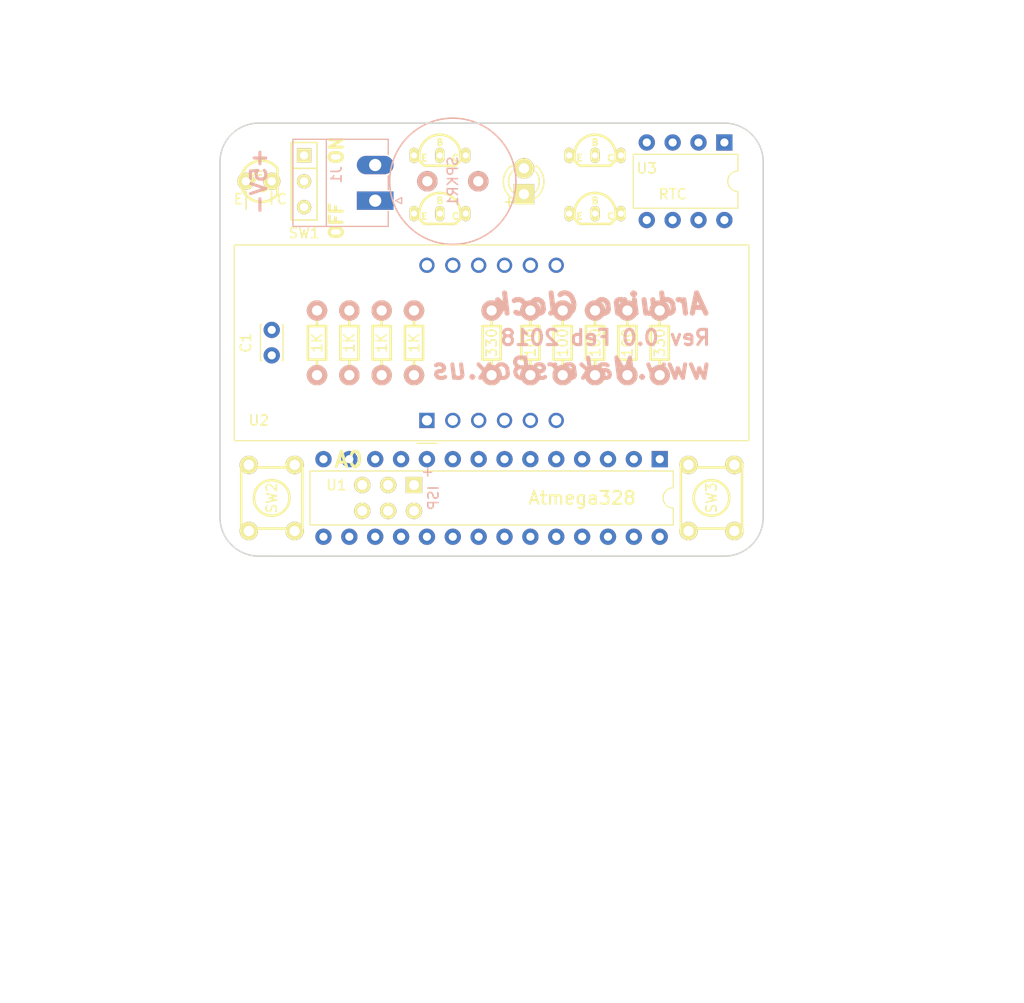
<source format=kicad_pcb>
(kicad_pcb (version 4) (host pcbnew 4.0.7)

  (general
    (links 60)
    (no_connects 60)
    (area 118.034999 59.614999 171.525001 102.310001)
    (thickness 1.6)
    (drawings 25)
    (tracks 0)
    (zones 0)
    (modules 26)
    (nets 47)
  )

  (page USLetter)
  (title_block
    (title "Arduino Clock")
    (company "Maker's Box")
  )

  (layers
    (0 F.Cu signal)
    (31 B.Cu signal)
    (32 B.Adhes user)
    (33 F.Adhes user)
    (34 B.Paste user)
    (35 F.Paste user)
    (36 B.SilkS user)
    (37 F.SilkS user)
    (38 B.Mask user)
    (39 F.Mask user)
    (40 Dwgs.User user)
    (41 Cmts.User user)
    (42 Eco1.User user)
    (43 Eco2.User user)
    (44 Edge.Cuts user)
    (45 Margin user)
    (46 B.CrtYd user)
    (47 F.CrtYd user)
    (48 B.Fab user)
    (49 F.Fab user)
  )

  (setup
    (last_trace_width 0.25)
    (user_trace_width 0.3048)
    (user_trace_width 0.4064)
    (user_trace_width 0.6096)
    (trace_clearance 0.2)
    (zone_clearance 0.508)
    (zone_45_only no)
    (trace_min 0.2)
    (segment_width 0.2)
    (edge_width 0.15)
    (via_size 0.6)
    (via_drill 0.4)
    (via_min_size 0.4)
    (via_min_drill 0.3)
    (uvia_size 0.3)
    (uvia_drill 0.1)
    (uvias_allowed no)
    (uvia_min_size 0.2)
    (uvia_min_drill 0.1)
    (pcb_text_width 0.3)
    (pcb_text_size 1.5 1.5)
    (mod_edge_width 0.15)
    (mod_text_size 1 1)
    (mod_text_width 0.15)
    (pad_size 1.524 1.524)
    (pad_drill 0.762)
    (pad_to_mask_clearance 0)
    (aux_axis_origin 0 0)
    (visible_elements 7FFFFFFF)
    (pcbplotparams
      (layerselection 0x00030_80000001)
      (usegerberextensions false)
      (excludeedgelayer true)
      (linewidth 0.100000)
      (plotframeref false)
      (viasonmask false)
      (mode 1)
      (useauxorigin false)
      (hpglpennumber 1)
      (hpglpenspeed 20)
      (hpglpendiameter 15)
      (hpglpenoverlay 2)
      (psnegative false)
      (psa4output false)
      (plotreference true)
      (plotvalue true)
      (plotinvisibletext false)
      (padsonsilk false)
      (subtractmaskfromsilk false)
      (outputformat 1)
      (mirror false)
      (drillshape 1)
      (scaleselection 1)
      (outputdirectory ""))
  )

  (net 0 "")
  (net 1 GND)
  (net 2 VCC)
  (net 3 "Net-(CON1-Pad5)")
  (net 4 "Net-(D1-Pad2)")
  (net 5 "Net-(D2-Pad2)")
  (net 6 "Net-(Q2-Pad2)")
  (net 7 "Net-(Q2-Pad3)")
  (net 8 "Net-(Q3-Pad2)")
  (net 9 "Net-(Q3-Pad3)")
  (net 10 "Net-(Q4-Pad2)")
  (net 11 "Net-(Q4-Pad3)")
  (net 12 "Net-(Q5-Pad2)")
  (net 13 "Net-(Q5-Pad3)")
  (net 14 "Net-(R7-Pad2)")
  (net 15 "Net-(R8-Pad2)")
  (net 16 "Net-(R9-Pad2)")
  (net 17 "Net-(R10-Pad2)")
  (net 18 "Net-(U3-Pad7)")
  (net 19 "Net-(U1-Pad20)")
  (net 20 "Net-(U1-Pad21)")
  (net 21 "Net-(U1-Pad10)")
  (net 22 "Net-(J1-Pad1)")
  (net 23 /D12)
  (net 24 /D13)
  (net 25 /D11)
  (net 26 /A0)
  (net 27 /D0)
  (net 28 /D1)
  (net 29 /D10)
  (net 30 /A3)
  (net 31 /A1)
  (net 32 /A2)
  (net 33 /D9)
  (net 34 /D2)
  (net 35 /D3)
  (net 36 /D4)
  (net 37 "Net-(U1-Pad9)")
  (net 38 /D5)
  (net 39 /D6)
  (net 40 /D7)
  (net 41 /A4)
  (net 42 /D8)
  (net 43 /A5)
  (net 44 "Net-(U3-Pad1)")
  (net 45 "Net-(U3-Pad2)")
  (net 46 "Net-(U3-Pad3)")

  (net_class Default "This is the default net class."
    (clearance 0.2)
    (trace_width 0.25)
    (via_dia 0.6)
    (via_drill 0.4)
    (uvia_dia 0.3)
    (uvia_drill 0.1)
    (add_net /A0)
    (add_net /A1)
    (add_net /A2)
    (add_net /A3)
    (add_net /A4)
    (add_net /A5)
    (add_net /D0)
    (add_net /D1)
    (add_net /D10)
    (add_net /D11)
    (add_net /D12)
    (add_net /D13)
    (add_net /D2)
    (add_net /D3)
    (add_net /D4)
    (add_net /D5)
    (add_net /D6)
    (add_net /D7)
    (add_net /D8)
    (add_net /D9)
    (add_net GND)
    (add_net "Net-(CON1-Pad5)")
    (add_net "Net-(D1-Pad2)")
    (add_net "Net-(D2-Pad2)")
    (add_net "Net-(J1-Pad1)")
    (add_net "Net-(Q2-Pad2)")
    (add_net "Net-(Q2-Pad3)")
    (add_net "Net-(Q3-Pad2)")
    (add_net "Net-(Q3-Pad3)")
    (add_net "Net-(Q4-Pad2)")
    (add_net "Net-(Q4-Pad3)")
    (add_net "Net-(Q5-Pad2)")
    (add_net "Net-(Q5-Pad3)")
    (add_net "Net-(R10-Pad2)")
    (add_net "Net-(R7-Pad2)")
    (add_net "Net-(R8-Pad2)")
    (add_net "Net-(R9-Pad2)")
    (add_net "Net-(U1-Pad10)")
    (add_net "Net-(U1-Pad20)")
    (add_net "Net-(U1-Pad21)")
    (add_net "Net-(U1-Pad9)")
    (add_net "Net-(U3-Pad1)")
    (add_net "Net-(U3-Pad2)")
    (add_net "Net-(U3-Pad3)")
    (add_net "Net-(U3-Pad7)")
    (add_net VCC)
  )

  (module myFootPrints:AVR-ISP-6 (layer B.Cu) (tedit 5A8FBE37) (tstamp 5A8F94E1)
    (at 137.16 97.79 90)
    (descr "6-lead dip package, row spacing 7.62 mm (300 mils)")
    (tags "dil dip 2.54 300")
    (path /5A8EB119)
    (fp_text reference CON1 (at 0 2.54 90) (layer B.SilkS) hide
      (effects (font (size 1 1) (thickness 0.15)) (justify mirror))
    )
    (fp_text value ISP (at 0 3.72 90) (layer B.Fab) hide
      (effects (font (size 1 1) (thickness 0.15)) (justify mirror))
    )
    (fp_text user ISP (at 1.27 1.905 90) (layer B.SilkS)
      (effects (font (size 1 1) (thickness 0.15)) (justify mirror))
    )
    (fp_text user + (at 3.81 1.27 90) (layer B.SilkS)
      (effects (font (size 1 1) (thickness 0.15)) (justify mirror))
    )
    (pad 1 thru_hole oval (at 0 0 90) (size 1.6 1.6) (drill 0.9652) (layers *.Cu *.Mask F.SilkS)
      (net 23 /D12))
    (pad 2 thru_hole rect (at 2.54 0 90) (size 1.6 1.6) (drill 0.9652) (layers *.Cu *.Mask F.SilkS)
      (net 2 VCC))
    (pad 3 thru_hole oval (at 0 -2.54 90) (size 1.6 1.6) (drill 0.9652) (layers *.Cu *.Mask F.SilkS)
      (net 24 /D13))
    (pad 4 thru_hole oval (at 2.54 -2.54 90) (size 1.6 1.6) (drill 0.9652) (layers *.Cu *.Mask F.SilkS)
      (net 25 /D11))
    (pad 5 thru_hole oval (at 0 -5.08 90) (size 1.6 1.6) (drill 0.9652) (layers *.Cu *.Mask F.SilkS)
      (net 3 "Net-(CON1-Pad5)"))
    (pad 6 thru_hole oval (at 2.54 -5.08 90) (size 1.6 1.6) (drill 0.9652) (layers *.Cu *.Mask F.SilkS)
      (net 1 GND))
  )

  (module myFootPrints:PHOTO_TRANS (layer F.Cu) (tedit 5A8F8D17) (tstamp 5A8F9534)
    (at 121.92 65.405)
    (descr "LED 3mm - Lead pitch 100mil (2,54mm)")
    (tags "LED led 3mm 3MM 100mil 2,54mm")
    (path /5A8F5C4D)
    (fp_text reference Q1 (at 2.54 0 90) (layer F.SilkS) hide
      (effects (font (size 0.762 0.762) (thickness 0.0889)))
    )
    (fp_text value Photo (at 0.35921 0.35921 90) (layer F.SilkS) hide
      (effects (font (size 0.508 0.508) (thickness 0.127)))
    )
    (fp_line (start -1.25 2.5) (end -1.25 2.75) (layer F.SilkS) (width 0.15))
    (fp_line (start -1.25 1) (end -1.25 2.5) (layer F.SilkS) (width 0.15))
    (fp_line (start 1.25 1) (end 1.25 2.25) (layer F.SilkS) (width 0.15))
    (fp_text user E (at -2 1.75) (layer F.SilkS)
      (effects (font (size 1 1) (thickness 0.15)))
    )
    (fp_text user C (at 2.25 1.75) (layer F.SilkS)
      (effects (font (size 1 1) (thickness 0.15)))
    )
    (fp_line (start 1.8288 1.27) (end 1.8288 -1.27) (layer F.SilkS) (width 0.254))
    (fp_arc (start 0.254 0) (end -0.381 0) (angle 90) (layer F.SilkS) (width 0.1524))
    (fp_arc (start 0.254 0) (end -0.762 0) (angle 90) (layer F.SilkS) (width 0.1524))
    (fp_arc (start 0.254 0) (end 0.889 0) (angle 90) (layer F.SilkS) (width 0.1524))
    (fp_arc (start 0.254 0) (end 1.27 0) (angle 90) (layer F.SilkS) (width 0.1524))
    (fp_arc (start 0.254 0) (end 0.254 -2.032) (angle 50.1) (layer F.SilkS) (width 0.254))
    (fp_arc (start 0.254 0) (end -1.5367 -0.95504) (angle 61.9) (layer F.SilkS) (width 0.254))
    (fp_arc (start 0.254 0) (end 1.8034 1.31064) (angle 49.7) (layer F.SilkS) (width 0.254))
    (fp_arc (start 0.254 0) (end 0.254 2.032) (angle 60.2) (layer F.SilkS) (width 0.254))
    (fp_arc (start 0.254 0) (end -1.778 0) (angle 28.3) (layer F.SilkS) (width 0.254))
    (fp_arc (start 0.254 0) (end -1.47574 1.06426) (angle 31.6) (layer F.SilkS) (width 0.254))
    (pad 1 thru_hole circle (at -1.27 0) (size 1.6764 1.6764) (drill 0.8128) (layers *.Cu *.Mask F.SilkS)
      (net 26 /A0))
    (pad 2 thru_hole circle (at 1.27 0 45) (size 1.6764 1.6764) (drill 0.8128) (layers *.Cu *.Mask F.SilkS)
      (net 1 GND))
    (model discret/leds/led3_vertical_verde.wrl
      (at (xyz 0 0 0))
      (scale (xyz 1 1 1))
      (rotate (xyz 0 0 0))
    )
  )

  (module Capacitors_THT:C_Disc_D3.4mm_W2.1mm_P2.50mm (layer F.Cu) (tedit 5A8FB64D) (tstamp 5A8F94C2)
    (at 123.19 80.01 270)
    (descr "C, Disc series, Radial, pin pitch=2.50mm, , diameter*width=3.4*2.1mm^2, Capacitor, http://www.vishay.com/docs/45233/krseries.pdf")
    (tags "C Disc series Radial pin pitch 2.50mm  diameter 3.4mm width 2.1mm Capacitor")
    (path /5A8E9F35)
    (fp_text reference C1 (at 1.27 2.54 450) (layer F.SilkS)
      (effects (font (size 1 1) (thickness 0.15)))
    )
    (fp_text value 0.1uF (at 1.25 2.36 270) (layer F.Fab)
      (effects (font (size 1 1) (thickness 0.15)))
    )
    (fp_line (start -0.45 -1.05) (end -0.45 1.05) (layer F.Fab) (width 0.1))
    (fp_line (start -0.45 1.05) (end 2.95 1.05) (layer F.Fab) (width 0.1))
    (fp_line (start 2.95 1.05) (end 2.95 -1.05) (layer F.Fab) (width 0.1))
    (fp_line (start 2.95 -1.05) (end -0.45 -1.05) (layer F.Fab) (width 0.1))
    (fp_line (start -0.51 -1.11) (end 3.01 -1.11) (layer F.SilkS) (width 0.12))
    (fp_line (start -0.51 1.11) (end 3.01 1.11) (layer F.SilkS) (width 0.12))
    (fp_line (start -0.51 -1.11) (end -0.51 -0.996) (layer F.SilkS) (width 0.12))
    (fp_line (start -0.51 0.996) (end -0.51 1.11) (layer F.SilkS) (width 0.12))
    (fp_line (start 3.01 -1.11) (end 3.01 -0.996) (layer F.SilkS) (width 0.12))
    (fp_line (start 3.01 0.996) (end 3.01 1.11) (layer F.SilkS) (width 0.12))
    (fp_line (start -1.05 -1.4) (end -1.05 1.4) (layer F.CrtYd) (width 0.05))
    (fp_line (start -1.05 1.4) (end 3.55 1.4) (layer F.CrtYd) (width 0.05))
    (fp_line (start 3.55 1.4) (end 3.55 -1.4) (layer F.CrtYd) (width 0.05))
    (fp_line (start 3.55 -1.4) (end -1.05 -1.4) (layer F.CrtYd) (width 0.05))
    (fp_text user %R (at 1.25 0 270) (layer F.Fab)
      (effects (font (size 1 1) (thickness 0.15)))
    )
    (pad 1 thru_hole circle (at 0 0 270) (size 1.6 1.6) (drill 0.8) (layers *.Cu *.Mask)
      (net 2 VCC))
    (pad 2 thru_hole circle (at 2.5 0 270) (size 1.6 1.6) (drill 0.8) (layers *.Cu *.Mask)
      (net 1 GND))
    (model ${KISYS3DMOD}/Capacitors_THT.3dshapes/C_Disc_D3.4mm_W2.1mm_P2.50mm.wrl
      (at (xyz 0 0 0))
      (scale (xyz 1 1 1))
      (rotate (xyz 0 0 0))
    )
  )

  (module myFootPrints:LED-3MM (layer F.Cu) (tedit 57578FCB) (tstamp 5A8F9503)
    (at 147.955 64.135 270)
    (descr "LED 3mm round vertical")
    (tags "LED  3mm round vertical")
    (path /5A90B699)
    (fp_text reference D2 (at 1.91 3.06 270) (layer F.SilkS) hide
      (effects (font (size 1 1) (thickness 0.15)))
    )
    (fp_text value LED (at 1.27 -1.524 270) (layer F.Fab)
      (effects (font (size 1 1) (thickness 0.15)))
    )
    (fp_text user + (at 3.302 1.524 270) (layer F.SilkS)
      (effects (font (size 1 1) (thickness 0.15)))
    )
    (fp_line (start -1.2 2.3) (end 3.8 2.3) (layer F.CrtYd) (width 0.05))
    (fp_line (start 3.8 2.3) (end 3.8 -2.2) (layer F.CrtYd) (width 0.05))
    (fp_line (start 3.8 -2.2) (end -1.2 -2.2) (layer F.CrtYd) (width 0.05))
    (fp_line (start -1.2 -2.2) (end -1.2 2.3) (layer F.CrtYd) (width 0.05))
    (fp_line (start -0.199 1.314) (end -0.199 1.114) (layer F.SilkS) (width 0.15))
    (fp_line (start -0.199 -1.28) (end -0.199 -1.1) (layer F.SilkS) (width 0.15))
    (fp_arc (start 1.301 0.034) (end -0.199 -1.286) (angle 108.5) (layer F.SilkS) (width 0.15))
    (fp_arc (start 1.301 0.034) (end 0.25 -1.1) (angle 85.7) (layer F.SilkS) (width 0.15))
    (fp_arc (start 1.311 0.034) (end 3.051 0.994) (angle 110) (layer F.SilkS) (width 0.15))
    (fp_arc (start 1.301 0.034) (end 2.335 1.094) (angle 87.5) (layer F.SilkS) (width 0.15))
    (pad 1 thru_hole circle (at 0 0) (size 2 2) (drill 1.00076) (layers *.Cu *.Mask F.SilkS)
      (net 1 GND))
    (pad 2 thru_hole rect (at 2.54 0 270) (size 2 2) (drill 1.00076) (layers *.Cu *.Mask F.SilkS)
      (net 5 "Net-(D2-Pad2)"))
    (model LEDs.3dshapes/LED-3MM.wrl
      (at (xyz 0.05 0 0))
      (scale (xyz 1 1 1))
      (rotate (xyz 0 0 90))
    )
  )

  (module Connectors_Phoenix:PhoenixContact_MC-G_02x3.50mm_Angled (layer B.Cu) (tedit 5A8F8BF8) (tstamp 5A8F951E)
    (at 133.35 67.31 90)
    (descr "Generic Phoenix Contact connector footprint for series: MC-G; number of pins: 02; pin pitch: 3.50mm; Angled || order number: 1844210 8A 160V")
    (tags "phoenix_contact connector MC_01x02_G_3.5mm")
    (path /5A91FB90)
    (fp_text reference J1 (at 2.54 -3.81 90) (layer B.SilkS)
      (effects (font (size 1 1) (thickness 0.15)) (justify mirror))
    )
    (fp_text value PWR (at 1.75 -9 90) (layer B.Fab)
      (effects (font (size 1 1) (thickness 0.15)) (justify mirror))
    )
    (fp_line (start -2.53 1.28) (end -2.53 -8.08) (layer B.SilkS) (width 0.12))
    (fp_line (start -2.53 -8.08) (end 6.03 -8.08) (layer B.SilkS) (width 0.12))
    (fp_line (start 6.03 -8.08) (end 6.03 1.28) (layer B.SilkS) (width 0.12))
    (fp_line (start -2.53 1.28) (end -1.05 1.28) (layer B.SilkS) (width 0.12))
    (fp_line (start 6.03 1.28) (end 4.55 1.28) (layer B.SilkS) (width 0.12))
    (fp_line (start 1.05 1.28) (end 2.45 1.28) (layer B.SilkS) (width 0.12))
    (fp_line (start -2.45 1.2) (end -2.45 -8) (layer B.Fab) (width 0.1))
    (fp_line (start -2.45 -8) (end 5.95 -8) (layer B.Fab) (width 0.1))
    (fp_line (start 5.95 -8) (end 5.95 1.2) (layer B.Fab) (width 0.1))
    (fp_line (start 5.95 1.2) (end -2.45 1.2) (layer B.Fab) (width 0.1))
    (fp_line (start -2.53 -4.8) (end 6.03 -4.8) (layer B.SilkS) (width 0.12))
    (fp_line (start -3.03 2.3) (end -3.03 -8.5) (layer B.CrtYd) (width 0.05))
    (fp_line (start -3.03 -8.5) (end 6.45 -8.5) (layer B.CrtYd) (width 0.05))
    (fp_line (start 6.45 -8.5) (end 6.45 2.3) (layer B.CrtYd) (width 0.05))
    (fp_line (start 6.45 2.3) (end -3.03 2.3) (layer B.CrtYd) (width 0.05))
    (fp_line (start 0.3 2.6) (end 0 2) (layer B.SilkS) (width 0.12))
    (fp_line (start 0 2) (end -0.3 2.6) (layer B.SilkS) (width 0.12))
    (fp_line (start -0.3 2.6) (end 0.3 2.6) (layer B.SilkS) (width 0.12))
    (fp_line (start 0.8 1.2) (end 0 0) (layer B.Fab) (width 0.1))
    (fp_line (start 0 0) (end -0.8 1.2) (layer B.Fab) (width 0.1))
    (fp_text user %R (at 1.75 -3 90) (layer B.Fab)
      (effects (font (size 1 1) (thickness 0.15)) (justify mirror))
    )
    (pad 1 thru_hole rect (at 0 0 90) (size 1.8 3.6) (drill 1.2) (layers *.Cu *.Mask)
      (net 22 "Net-(J1-Pad1)"))
    (pad 2 thru_hole oval (at 3.5 0 90) (size 1.8 3.6) (drill 1.2) (layers *.Cu *.Mask)
      (net 1 GND))
    (model ${KISYS3DMOD}/Connectors_Phoenix.3dshapes/PhoenixContact_MC-G_02x3.50mm_Angled.wrl
      (at (xyz 0 0 0))
      (scale (xyz 1 1 1))
      (rotate (xyz 0 0 0))
    )
  )

  (module myFootPrints:TO-92_NPN_EBC_wide (layer F.Cu) (tedit 56800174) (tstamp 5A8F9545)
    (at 137.16 62.865)
    (descr "TO-92 leads in-line, narrow, oval pads, drill 0.6mm (see NXP sot054_po.pdf)")
    (tags "to-92 sc-43 sc-43a sot54 PA33 transistor")
    (path /5A8E2E4D)
    (fp_text reference Q2 (at 1.778 -1.016) (layer F.SilkS) hide
      (effects (font (size 0.635 0.635) (thickness 0.127)))
    )
    (fp_text value 2N2222 (at 2.54 1.778) (layer F.SilkS) hide
      (effects (font (size 1 1) (thickness 0.15)))
    )
    (fp_line (start 0.508 0.508) (end 0.508 0) (layer F.SilkS) (width 0.254))
    (fp_line (start 4.572 0.508) (end 4.572 0) (layer F.SilkS) (width 0.254))
    (fp_arc (start 2.54 0) (end 2.54 -2.032) (angle 90) (layer F.SilkS) (width 0.254))
    (fp_arc (start 2.54 0) (end 0.508 0) (angle 90) (layer F.SilkS) (width 0.254))
    (fp_text user B (at 2.54 -1.27) (layer F.SilkS)
      (effects (font (size 0.635 0.635) (thickness 0.15)))
    )
    (fp_text user C (at 4.064 0.254) (layer F.SilkS)
      (effects (font (size 0.635 0.635) (thickness 0.15)))
    )
    (fp_text user E (at 1.016 0.254) (layer F.SilkS)
      (effects (font (size 0.635 0.635) (thickness 0.15)))
    )
    (fp_line (start 1.016 1.016) (end 0.508 0.508) (layer F.SilkS) (width 0.254))
    (fp_line (start 1.016 1.016) (end 4.064 1.016) (layer F.SilkS) (width 0.254))
    (fp_line (start 4.064 1.016) (end 4.572 0.508) (layer F.SilkS) (width 0.254))
    (pad 2 thru_hole oval (at 2.54 0 180) (size 0.89916 1.50114) (drill 0.6) (layers *.Cu *.Mask F.SilkS)
      (net 6 "Net-(Q2-Pad2)"))
    (pad 3 thru_hole oval (at 5.08 0 180) (size 0.89916 1.50114) (drill 0.6) (layers *.Cu *.Mask F.SilkS)
      (net 7 "Net-(Q2-Pad3)"))
    (pad 1 thru_hole oval (at 0 0 180) (size 0.89916 1.50114) (drill 0.6) (layers *.Cu *.Mask F.SilkS)
      (net 1 GND))
    (model TO_SOT_Packages_THT.3dshapes/TO-92_Inline_Narrow_Oval.wrl
      (at (xyz 0.05 0 0))
      (scale (xyz 1 1 1))
      (rotate (xyz 0 0 -90))
    )
  )

  (module myFootPrints:TO-92_NPN_EBC_wide (layer F.Cu) (tedit 56800174) (tstamp 5A8F9556)
    (at 137.16 68.58)
    (descr "TO-92 leads in-line, narrow, oval pads, drill 0.6mm (see NXP sot054_po.pdf)")
    (tags "to-92 sc-43 sc-43a sot54 PA33 transistor")
    (path /5A8E34C6)
    (fp_text reference Q3 (at 1.778 -1.016) (layer F.SilkS) hide
      (effects (font (size 0.635 0.635) (thickness 0.127)))
    )
    (fp_text value 2N2222 (at 2.54 1.778) (layer F.SilkS) hide
      (effects (font (size 1 1) (thickness 0.15)))
    )
    (fp_line (start 0.508 0.508) (end 0.508 0) (layer F.SilkS) (width 0.254))
    (fp_line (start 4.572 0.508) (end 4.572 0) (layer F.SilkS) (width 0.254))
    (fp_arc (start 2.54 0) (end 2.54 -2.032) (angle 90) (layer F.SilkS) (width 0.254))
    (fp_arc (start 2.54 0) (end 0.508 0) (angle 90) (layer F.SilkS) (width 0.254))
    (fp_text user B (at 2.54 -1.27) (layer F.SilkS)
      (effects (font (size 0.635 0.635) (thickness 0.15)))
    )
    (fp_text user C (at 4.064 0.254) (layer F.SilkS)
      (effects (font (size 0.635 0.635) (thickness 0.15)))
    )
    (fp_text user E (at 1.016 0.254) (layer F.SilkS)
      (effects (font (size 0.635 0.635) (thickness 0.15)))
    )
    (fp_line (start 1.016 1.016) (end 0.508 0.508) (layer F.SilkS) (width 0.254))
    (fp_line (start 1.016 1.016) (end 4.064 1.016) (layer F.SilkS) (width 0.254))
    (fp_line (start 4.064 1.016) (end 4.572 0.508) (layer F.SilkS) (width 0.254))
    (pad 2 thru_hole oval (at 2.54 0 180) (size 0.89916 1.50114) (drill 0.6) (layers *.Cu *.Mask F.SilkS)
      (net 8 "Net-(Q3-Pad2)"))
    (pad 3 thru_hole oval (at 5.08 0 180) (size 0.89916 1.50114) (drill 0.6) (layers *.Cu *.Mask F.SilkS)
      (net 9 "Net-(Q3-Pad3)"))
    (pad 1 thru_hole oval (at 0 0 180) (size 0.89916 1.50114) (drill 0.6) (layers *.Cu *.Mask F.SilkS)
      (net 1 GND))
    (model TO_SOT_Packages_THT.3dshapes/TO-92_Inline_Narrow_Oval.wrl
      (at (xyz 0.05 0 0))
      (scale (xyz 1 1 1))
      (rotate (xyz 0 0 -90))
    )
  )

  (module myFootPrints:TO-92_NPN_EBC_wide (layer F.Cu) (tedit 56800174) (tstamp 5A8F9567)
    (at 152.4 62.865)
    (descr "TO-92 leads in-line, narrow, oval pads, drill 0.6mm (see NXP sot054_po.pdf)")
    (tags "to-92 sc-43 sc-43a sot54 PA33 transistor")
    (path /5A8E35C2)
    (fp_text reference Q4 (at 1.778 -1.016) (layer F.SilkS) hide
      (effects (font (size 0.635 0.635) (thickness 0.127)))
    )
    (fp_text value 2N2222 (at 2.54 1.778) (layer F.SilkS) hide
      (effects (font (size 1 1) (thickness 0.15)))
    )
    (fp_line (start 0.508 0.508) (end 0.508 0) (layer F.SilkS) (width 0.254))
    (fp_line (start 4.572 0.508) (end 4.572 0) (layer F.SilkS) (width 0.254))
    (fp_arc (start 2.54 0) (end 2.54 -2.032) (angle 90) (layer F.SilkS) (width 0.254))
    (fp_arc (start 2.54 0) (end 0.508 0) (angle 90) (layer F.SilkS) (width 0.254))
    (fp_text user B (at 2.54 -1.27) (layer F.SilkS)
      (effects (font (size 0.635 0.635) (thickness 0.15)))
    )
    (fp_text user C (at 4.064 0.254) (layer F.SilkS)
      (effects (font (size 0.635 0.635) (thickness 0.15)))
    )
    (fp_text user E (at 1.016 0.254) (layer F.SilkS)
      (effects (font (size 0.635 0.635) (thickness 0.15)))
    )
    (fp_line (start 1.016 1.016) (end 0.508 0.508) (layer F.SilkS) (width 0.254))
    (fp_line (start 1.016 1.016) (end 4.064 1.016) (layer F.SilkS) (width 0.254))
    (fp_line (start 4.064 1.016) (end 4.572 0.508) (layer F.SilkS) (width 0.254))
    (pad 2 thru_hole oval (at 2.54 0 180) (size 0.89916 1.50114) (drill 0.6) (layers *.Cu *.Mask F.SilkS)
      (net 10 "Net-(Q4-Pad2)"))
    (pad 3 thru_hole oval (at 5.08 0 180) (size 0.89916 1.50114) (drill 0.6) (layers *.Cu *.Mask F.SilkS)
      (net 11 "Net-(Q4-Pad3)"))
    (pad 1 thru_hole oval (at 0 0 180) (size 0.89916 1.50114) (drill 0.6) (layers *.Cu *.Mask F.SilkS)
      (net 1 GND))
    (model TO_SOT_Packages_THT.3dshapes/TO-92_Inline_Narrow_Oval.wrl
      (at (xyz 0.05 0 0))
      (scale (xyz 1 1 1))
      (rotate (xyz 0 0 -90))
    )
  )

  (module myFootPrints:TO-92_NPN_EBC_wide (layer F.Cu) (tedit 56800174) (tstamp 5A8F9578)
    (at 152.4 68.58)
    (descr "TO-92 leads in-line, narrow, oval pads, drill 0.6mm (see NXP sot054_po.pdf)")
    (tags "to-92 sc-43 sc-43a sot54 PA33 transistor")
    (path /5A8E35CE)
    (fp_text reference Q5 (at 1.778 -1.016) (layer F.SilkS) hide
      (effects (font (size 0.635 0.635) (thickness 0.127)))
    )
    (fp_text value 2N2222 (at 2.54 1.778) (layer F.SilkS) hide
      (effects (font (size 1 1) (thickness 0.15)))
    )
    (fp_line (start 0.508 0.508) (end 0.508 0) (layer F.SilkS) (width 0.254))
    (fp_line (start 4.572 0.508) (end 4.572 0) (layer F.SilkS) (width 0.254))
    (fp_arc (start 2.54 0) (end 2.54 -2.032) (angle 90) (layer F.SilkS) (width 0.254))
    (fp_arc (start 2.54 0) (end 0.508 0) (angle 90) (layer F.SilkS) (width 0.254))
    (fp_text user B (at 2.54 -1.27) (layer F.SilkS)
      (effects (font (size 0.635 0.635) (thickness 0.15)))
    )
    (fp_text user C (at 4.064 0.254) (layer F.SilkS)
      (effects (font (size 0.635 0.635) (thickness 0.15)))
    )
    (fp_text user E (at 1.016 0.254) (layer F.SilkS)
      (effects (font (size 0.635 0.635) (thickness 0.15)))
    )
    (fp_line (start 1.016 1.016) (end 0.508 0.508) (layer F.SilkS) (width 0.254))
    (fp_line (start 1.016 1.016) (end 4.064 1.016) (layer F.SilkS) (width 0.254))
    (fp_line (start 4.064 1.016) (end 4.572 0.508) (layer F.SilkS) (width 0.254))
    (pad 2 thru_hole oval (at 2.54 0 180) (size 0.89916 1.50114) (drill 0.6) (layers *.Cu *.Mask F.SilkS)
      (net 12 "Net-(Q5-Pad2)"))
    (pad 3 thru_hole oval (at 5.08 0 180) (size 0.89916 1.50114) (drill 0.6) (layers *.Cu *.Mask F.SilkS)
      (net 13 "Net-(Q5-Pad3)"))
    (pad 1 thru_hole oval (at 0 0 180) (size 0.89916 1.50114) (drill 0.6) (layers *.Cu *.Mask F.SilkS)
      (net 1 GND))
    (model TO_SOT_Packages_THT.3dshapes/TO-92_Inline_Narrow_Oval.wrl
      (at (xyz 0.05 0 0))
      (scale (xyz 1 1 1))
      (rotate (xyz 0 0 -90))
    )
  )

  (module myFootPrints:Resistor_Horz (layer F.Cu) (tedit 5A8F80AC) (tstamp 5A8F9585)
    (at 161.29 81.28 270)
    (descr "Resistor, Axial,  RM 10mm, 1/3W,")
    (tags "Resistor, Axial, RM 10mm, 1/3W,")
    (path /5A90B70B)
    (fp_text reference R1 (at 0 -1.905 270) (layer F.Fab)
      (effects (font (size 1 1) (thickness 0.15)))
    )
    (fp_text value 330 (at 0 0 270) (layer F.SilkS)
      (effects (font (size 1 1) (thickness 0.15)))
    )
    (fp_line (start -1.651 0) (end -2.413 0) (layer F.SilkS) (width 0.254))
    (fp_line (start 1.651 0) (end 2.413 0) (layer F.SilkS) (width 0.254))
    (fp_line (start 1.651 0.889) (end 1.651 0.635) (layer F.SilkS) (width 0.254))
    (fp_line (start 1.651 0.889) (end -1.651 0.889) (layer F.SilkS) (width 0.254))
    (fp_line (start -1.651 0.889) (end -1.651 -0.889) (layer F.SilkS) (width 0.254))
    (fp_line (start -1.651 -0.889) (end 1.651 -0.889) (layer F.SilkS) (width 0.254))
    (fp_line (start 1.651 -0.889) (end 1.651 0.635) (layer F.SilkS) (width 0.254))
    (pad 1 thru_hole circle (at -3.175 0 270) (size 1.99898 1.99898) (drill 1.00076) (layers *.Cu *.SilkS *.Mask)
      (net 4 "Net-(D1-Pad2)"))
    (pad 2 thru_hole circle (at 3.175 0 270) (size 1.99898 1.99898) (drill 1.00076) (layers *.Cu *.SilkS *.Mask)
      (net 27 /D0))
    (model Resistors_ThroughHole.3dshapes/Resistor_Horizontal_RM10mm.wrl
      (at (xyz 0 0 0))
      (scale (xyz 0.4 0.4 0.4))
      (rotate (xyz 0 0 0))
    )
  )

  (module myFootPrints:Resistor_Horz (layer F.Cu) (tedit 5A8F809A) (tstamp 5A8F9592)
    (at 144.78 81.28 270)
    (descr "Resistor, Axial,  RM 10mm, 1/3W,")
    (tags "Resistor, Axial, RM 10mm, 1/3W,")
    (path /5A90B796)
    (fp_text reference R2 (at 0 -1.905 270) (layer F.Fab)
      (effects (font (size 1 1) (thickness 0.15)))
    )
    (fp_text value 330 (at 0 0 270) (layer F.SilkS)
      (effects (font (size 1 1) (thickness 0.15)))
    )
    (fp_line (start -1.651 0) (end -2.413 0) (layer F.SilkS) (width 0.254))
    (fp_line (start 1.651 0) (end 2.413 0) (layer F.SilkS) (width 0.254))
    (fp_line (start 1.651 0.889) (end 1.651 0.635) (layer F.SilkS) (width 0.254))
    (fp_line (start 1.651 0.889) (end -1.651 0.889) (layer F.SilkS) (width 0.254))
    (fp_line (start -1.651 0.889) (end -1.651 -0.889) (layer F.SilkS) (width 0.254))
    (fp_line (start -1.651 -0.889) (end 1.651 -0.889) (layer F.SilkS) (width 0.254))
    (fp_line (start 1.651 -0.889) (end 1.651 0.635) (layer F.SilkS) (width 0.254))
    (pad 1 thru_hole circle (at -3.175 0 270) (size 1.99898 1.99898) (drill 1.00076) (layers *.Cu *.SilkS *.Mask)
      (net 5 "Net-(D2-Pad2)"))
    (pad 2 thru_hole circle (at 3.175 0 270) (size 1.99898 1.99898) (drill 1.00076) (layers *.Cu *.SilkS *.Mask)
      (net 28 /D1))
    (model Resistors_ThroughHole.3dshapes/Resistor_Horizontal_RM10mm.wrl
      (at (xyz 0 0 0))
      (scale (xyz 0.4 0.4 0.4))
      (rotate (xyz 0 0 0))
    )
  )

  (module myFootPrints:Resistor_Horz (layer F.Cu) (tedit 5664956A) (tstamp 5A8F95D3)
    (at 148.59 81.28 270)
    (descr "Resistor, Axial,  RM 10mm, 1/3W,")
    (tags "Resistor, Axial, RM 10mm, 1/3W,")
    (path /5A8E30A1)
    (fp_text reference R7 (at 0 -1.905 270) (layer F.Fab)
      (effects (font (size 1 1) (thickness 0.15)))
    )
    (fp_text value 100 (at 0 0 270) (layer F.SilkS)
      (effects (font (size 1 1) (thickness 0.15)))
    )
    (fp_line (start -1.651 0) (end -2.413 0) (layer F.SilkS) (width 0.254))
    (fp_line (start 1.651 0) (end 2.413 0) (layer F.SilkS) (width 0.254))
    (fp_line (start 1.651 0.889) (end 1.651 0.635) (layer F.SilkS) (width 0.254))
    (fp_line (start 1.651 0.889) (end -1.651 0.889) (layer F.SilkS) (width 0.254))
    (fp_line (start -1.651 0.889) (end -1.651 -0.889) (layer F.SilkS) (width 0.254))
    (fp_line (start -1.651 -0.889) (end 1.651 -0.889) (layer F.SilkS) (width 0.254))
    (fp_line (start 1.651 -0.889) (end 1.651 0.635) (layer F.SilkS) (width 0.254))
    (pad 1 thru_hole circle (at -3.175 0 270) (size 1.99898 1.99898) (drill 1.00076) (layers *.Cu *.SilkS *.Mask)
      (net 7 "Net-(Q2-Pad3)"))
    (pad 2 thru_hole circle (at 3.175 0 270) (size 1.99898 1.99898) (drill 1.00076) (layers *.Cu *.SilkS *.Mask)
      (net 14 "Net-(R7-Pad2)"))
    (model Resistors_ThroughHole.3dshapes/Resistor_Horizontal_RM10mm.wrl
      (at (xyz 0 0 0))
      (scale (xyz 0.4 0.4 0.4))
      (rotate (xyz 0 0 0))
    )
  )

  (module myFootPrints:Resistor_Horz (layer F.Cu) (tedit 5664956A) (tstamp 5A8F95E0)
    (at 151.765 81.28 270)
    (descr "Resistor, Axial,  RM 10mm, 1/3W,")
    (tags "Resistor, Axial, RM 10mm, 1/3W,")
    (path /5A8E34CC)
    (fp_text reference R8 (at 0 -1.905 270) (layer F.Fab)
      (effects (font (size 1 1) (thickness 0.15)))
    )
    (fp_text value 100 (at 0 0 270) (layer F.SilkS)
      (effects (font (size 1 1) (thickness 0.15)))
    )
    (fp_line (start -1.651 0) (end -2.413 0) (layer F.SilkS) (width 0.254))
    (fp_line (start 1.651 0) (end 2.413 0) (layer F.SilkS) (width 0.254))
    (fp_line (start 1.651 0.889) (end 1.651 0.635) (layer F.SilkS) (width 0.254))
    (fp_line (start 1.651 0.889) (end -1.651 0.889) (layer F.SilkS) (width 0.254))
    (fp_line (start -1.651 0.889) (end -1.651 -0.889) (layer F.SilkS) (width 0.254))
    (fp_line (start -1.651 -0.889) (end 1.651 -0.889) (layer F.SilkS) (width 0.254))
    (fp_line (start 1.651 -0.889) (end 1.651 0.635) (layer F.SilkS) (width 0.254))
    (pad 1 thru_hole circle (at -3.175 0 270) (size 1.99898 1.99898) (drill 1.00076) (layers *.Cu *.SilkS *.Mask)
      (net 9 "Net-(Q3-Pad3)"))
    (pad 2 thru_hole circle (at 3.175 0 270) (size 1.99898 1.99898) (drill 1.00076) (layers *.Cu *.SilkS *.Mask)
      (net 15 "Net-(R8-Pad2)"))
    (model Resistors_ThroughHole.3dshapes/Resistor_Horizontal_RM10mm.wrl
      (at (xyz 0 0 0))
      (scale (xyz 0.4 0.4 0.4))
      (rotate (xyz 0 0 0))
    )
  )

  (module myFootPrints:Resistor_Horz (layer F.Cu) (tedit 5A8FA199) (tstamp 5A8F95ED)
    (at 154.94 81.28 270)
    (descr "Resistor, Axial,  RM 10mm, 1/3W,")
    (tags "Resistor, Axial, RM 10mm, 1/3W,")
    (path /5A8E35C8)
    (fp_text reference R9 (at 0 -1.905 270) (layer F.Fab)
      (effects (font (size 1 1) (thickness 0.15)))
    )
    (fp_text value 100 (at 0 0 270) (layer F.SilkS)
      (effects (font (size 1 1) (thickness 0.15)))
    )
    (fp_line (start -1.651 0) (end -2.413 0) (layer F.SilkS) (width 0.254))
    (fp_line (start 1.651 0) (end 2.413 0) (layer F.SilkS) (width 0.254))
    (fp_line (start 1.651 0.889) (end 1.651 0.635) (layer F.SilkS) (width 0.254))
    (fp_line (start 1.651 0.889) (end -1.651 0.889) (layer F.SilkS) (width 0.254))
    (fp_line (start -1.651 0.889) (end -1.651 -0.889) (layer F.SilkS) (width 0.254))
    (fp_line (start -1.651 -0.889) (end 1.651 -0.889) (layer F.SilkS) (width 0.254))
    (fp_line (start 1.651 -0.889) (end 1.651 0.635) (layer F.SilkS) (width 0.254))
    (pad 1 thru_hole circle (at -3.175 0 270) (size 1.99898 1.99898) (drill 1.00076) (layers *.Cu *.SilkS *.Mask)
      (net 11 "Net-(Q4-Pad3)"))
    (pad 2 thru_hole circle (at 3.175 0 270) (size 1.99898 1.99898) (drill 1.00076) (layers *.Cu *.SilkS *.Mask)
      (net 16 "Net-(R9-Pad2)"))
    (model Resistors_ThroughHole.3dshapes/Resistor_Horizontal_RM10mm.wrl
      (at (xyz 0 0 0))
      (scale (xyz 0.4 0.4 0.4))
      (rotate (xyz 0 0 0))
    )
  )

  (module myFootPrints:Resistor_Horz (layer F.Cu) (tedit 5664956A) (tstamp 5A8F95FA)
    (at 158.115 81.28 270)
    (descr "Resistor, Axial,  RM 10mm, 1/3W,")
    (tags "Resistor, Axial, RM 10mm, 1/3W,")
    (path /5A8E35D4)
    (fp_text reference R10 (at 0 -1.905 270) (layer F.Fab)
      (effects (font (size 1 1) (thickness 0.15)))
    )
    (fp_text value 100 (at 0 0 270) (layer F.SilkS)
      (effects (font (size 1 1) (thickness 0.15)))
    )
    (fp_line (start -1.651 0) (end -2.413 0) (layer F.SilkS) (width 0.254))
    (fp_line (start 1.651 0) (end 2.413 0) (layer F.SilkS) (width 0.254))
    (fp_line (start 1.651 0.889) (end 1.651 0.635) (layer F.SilkS) (width 0.254))
    (fp_line (start 1.651 0.889) (end -1.651 0.889) (layer F.SilkS) (width 0.254))
    (fp_line (start -1.651 0.889) (end -1.651 -0.889) (layer F.SilkS) (width 0.254))
    (fp_line (start -1.651 -0.889) (end 1.651 -0.889) (layer F.SilkS) (width 0.254))
    (fp_line (start 1.651 -0.889) (end 1.651 0.635) (layer F.SilkS) (width 0.254))
    (pad 1 thru_hole circle (at -3.175 0 270) (size 1.99898 1.99898) (drill 1.00076) (layers *.Cu *.SilkS *.Mask)
      (net 13 "Net-(Q5-Pad3)"))
    (pad 2 thru_hole circle (at 3.175 0 270) (size 1.99898 1.99898) (drill 1.00076) (layers *.Cu *.SilkS *.Mask)
      (net 17 "Net-(R10-Pad2)"))
    (model Resistors_ThroughHole.3dshapes/Resistor_Horizontal_RM10mm.wrl
      (at (xyz 0 0 0))
      (scale (xyz 0.4 0.4 0.4))
      (rotate (xyz 0 0 0))
    )
  )

  (module myFootPrints:PS1240_piezo (layer B.Cu) (tedit 5A8F8C02) (tstamp 5A8F9601)
    (at 140.97 65.405)
    (descr "piezo speaker 12 mm")
    (tags "buzzer speaker piezo")
    (path /5A8EFCB4)
    (fp_text reference SPKR1 (at 0 0 270) (layer B.SilkS)
      (effects (font (size 1 1) (thickness 0.15)) (justify mirror))
    )
    (fp_text value Speaker (at 0 -3.5) (layer B.Fab)
      (effects (font (size 1 1) (thickness 0.15)) (justify mirror))
    )
    (fp_circle (center 0 0) (end 6.20014 0) (layer B.SilkS) (width 0.15))
    (pad 1 thru_hole circle (at -2.5 0) (size 2 2) (drill 1.00076) (layers *.Cu *.Mask B.SilkS)
      (net 30 /A3))
    (pad 2 thru_hole circle (at 2.5 0) (size 2 2) (drill 1.00076) (layers *.Cu *.Mask B.SilkS)
      (net 1 GND))
    (model Buzzers_Beepers.3dshapes/Buzzer_12x9.5RM7.6.wrl
      (at (xyz 0 0 0))
      (scale (xyz 4 4 4))
      (rotate (xyz 0 0 0))
    )
  )

  (module myFootPrints:SW_Micro_SPST (layer F.Cu) (tedit 5A8F8C58) (tstamp 5A8F9612)
    (at 126.365 65.405 270)
    (tags "Switch Micro SPST")
    (path /5A8F2007)
    (fp_text reference SW1 (at 5.08 0 360) (layer F.SilkS)
      (effects (font (size 1 1) (thickness 0.15)))
    )
    (fp_text value PWR (at 0.025 2.45 270) (layer F.Fab)
      (effects (font (size 1 1) (thickness 0.15)))
    )
    (fp_text user "E-Switch EG128" (at -2 -1 270) (layer F.CrtYd)
      (effects (font (size 0.5 0.5) (thickness 0.125)))
    )
    (fp_line (start 5.75 -2) (end 5.75 2) (layer F.CrtYd) (width 0.15))
    (fp_line (start -5.75 -2) (end -5.75 2) (layer F.CrtYd) (width 0.15))
    (fp_line (start -5.75 2) (end 5.75 2) (layer F.CrtYd) (width 0.15))
    (fp_line (start -5.75 -2) (end 5.75 -2) (layer F.CrtYd) (width 0.15))
    (fp_line (start -3.81 1.27) (end -3.81 -1.27) (layer F.SilkS) (width 0.15))
    (fp_line (start -3.81 -1.27) (end 3.81 -1.27) (layer F.SilkS) (width 0.15))
    (fp_line (start 3.81 -1.27) (end 3.81 1.27) (layer F.SilkS) (width 0.15))
    (fp_line (start 3.81 1.27) (end -3.81 1.27) (layer F.SilkS) (width 0.15))
    (fp_line (start -1.27 -1.27) (end -1.27 1.27) (layer F.SilkS) (width 0.15))
    (pad 1 thru_hole rect (at -2.54 0 270) (size 1.397 1.397) (drill 0.8128) (layers *.Cu *.Mask F.SilkS)
      (net 22 "Net-(J1-Pad1)"))
    (pad 2 thru_hole circle (at 0 0 270) (size 1.397 1.397) (drill 0.8128) (layers *.Cu *.Mask F.SilkS)
      (net 2 VCC))
    (pad 3 thru_hole circle (at 2.54 0 270) (size 1.397 1.397) (drill 0.8128) (layers *.Cu *.Mask F.SilkS))
    (model Buttons_Switches_ThroughHole.3dshapes/SW_Micro_SPST.wrl
      (at (xyz 0 0 0))
      (scale (xyz 0.33 0.33 0.33))
      (rotate (xyz 0 0 0))
    )
  )

  (module myFootPrints:SW_PUSH_SMALL (layer F.Cu) (tedit 57A15124) (tstamp 5A8F961F)
    (at 123.19 96.52 270)
    (path /5A8F0FFF)
    (fp_text reference SW2 (at 0 0 270) (layer F.SilkS)
      (effects (font (size 1 1) (thickness 0.15)))
    )
    (fp_text value SW_Push (at 0 2 270) (layer F.Fab) hide
      (effects (font (size 0.3 0.3) (thickness 0.075)))
    )
    (fp_line (start -3 -3) (end 3 -3) (layer F.SilkS) (width 0.25))
    (fp_line (start 3 -3) (end 3 3) (layer F.SilkS) (width 0.25))
    (fp_line (start 3 3) (end -3 3) (layer F.SilkS) (width 0.25))
    (fp_line (start -3 3) (end -3 -3) (layer F.SilkS) (width 0.25))
    (fp_circle (center 0 0) (end -1.75 0) (layer F.SilkS) (width 0.25))
    (pad 1 thru_hole circle (at 3.25 -2.25 270) (size 1.8 1.8) (drill 1) (layers *.Cu *.Mask F.SilkS)
      (net 31 /A1))
    (pad 2 thru_hole circle (at 3.25 2.25 270) (size 1.8 1.8) (drill 1) (layers *.Cu *.Mask F.SilkS)
      (net 1 GND))
    (pad 1 thru_hole circle (at -3.25 -2.25 270) (size 1.8 1.8) (drill 1) (layers *.Cu *.Mask F.SilkS)
      (net 31 /A1))
    (pad 2 thru_hole circle (at -3.25 2.25 270) (size 1.8 1.8) (drill 1) (layers *.Cu *.Mask F.SilkS)
      (net 1 GND))
  )

  (module myFootPrints:SW_PUSH_SMALL (layer F.Cu) (tedit 57A15124) (tstamp 5A8F962C)
    (at 166.37 96.52 270)
    (path /5A8F0F9E)
    (fp_text reference SW3 (at 0 0 270) (layer F.SilkS)
      (effects (font (size 1 1) (thickness 0.15)))
    )
    (fp_text value SW_Push (at 0 2 270) (layer F.Fab) hide
      (effects (font (size 0.3 0.3) (thickness 0.075)))
    )
    (fp_line (start -3 -3) (end 3 -3) (layer F.SilkS) (width 0.25))
    (fp_line (start 3 -3) (end 3 3) (layer F.SilkS) (width 0.25))
    (fp_line (start 3 3) (end -3 3) (layer F.SilkS) (width 0.25))
    (fp_line (start -3 3) (end -3 -3) (layer F.SilkS) (width 0.25))
    (fp_circle (center 0 0) (end -1.75 0) (layer F.SilkS) (width 0.25))
    (pad 1 thru_hole circle (at 3.25 -2.25 270) (size 1.8 1.8) (drill 1) (layers *.Cu *.Mask F.SilkS)
      (net 32 /A2))
    (pad 2 thru_hole circle (at 3.25 2.25 270) (size 1.8 1.8) (drill 1) (layers *.Cu *.Mask F.SilkS)
      (net 1 GND))
    (pad 1 thru_hole circle (at -3.25 -2.25 270) (size 1.8 1.8) (drill 1) (layers *.Cu *.Mask F.SilkS)
      (net 32 /A2))
    (pad 2 thru_hole circle (at -3.25 2.25 270) (size 1.8 1.8) (drill 1) (layers *.Cu *.Mask F.SilkS)
      (net 1 GND))
  )

  (module Housings_DIP:DIP-28_W7.62mm (layer F.Cu) (tedit 5A90CDF2) (tstamp 5A8F965C)
    (at 161.29 92.71 270)
    (descr "28-lead though-hole mounted DIP package, row spacing 7.62 mm (300 mils)")
    (tags "THT DIP DIL PDIP 2.54mm 7.62mm 300mil")
    (path /5A8E29D7)
    (fp_text reference U1 (at 2.54 31.75 360) (layer F.SilkS)
      (effects (font (size 1 1) (thickness 0.15)))
    )
    (fp_text value ATMEGA328P-PU (at 3.81 35.35 270) (layer F.Fab)
      (effects (font (size 1 1) (thickness 0.15)))
    )
    (fp_arc (start 3.81 -1.33) (end 2.81 -1.33) (angle -180) (layer F.SilkS) (width 0.12))
    (fp_line (start 1.635 -1.27) (end 6.985 -1.27) (layer F.Fab) (width 0.1))
    (fp_line (start 6.985 -1.27) (end 6.985 34.29) (layer F.Fab) (width 0.1))
    (fp_line (start 6.985 34.29) (end 0.635 34.29) (layer F.Fab) (width 0.1))
    (fp_line (start 0.635 34.29) (end 0.635 -0.27) (layer F.Fab) (width 0.1))
    (fp_line (start 0.635 -0.27) (end 1.635 -1.27) (layer F.Fab) (width 0.1))
    (fp_line (start 2.81 -1.33) (end 1.16 -1.33) (layer F.SilkS) (width 0.12))
    (fp_line (start 1.16 -1.33) (end 1.16 34.35) (layer F.SilkS) (width 0.12))
    (fp_line (start 1.16 34.35) (end 6.46 34.35) (layer F.SilkS) (width 0.12))
    (fp_line (start 6.46 34.35) (end 6.46 -1.33) (layer F.SilkS) (width 0.12))
    (fp_line (start 6.46 -1.33) (end 4.81 -1.33) (layer F.SilkS) (width 0.12))
    (fp_line (start -1.1 -1.55) (end -1.1 34.55) (layer F.CrtYd) (width 0.05))
    (fp_line (start -1.1 34.55) (end 8.7 34.55) (layer F.CrtYd) (width 0.05))
    (fp_line (start 8.7 34.55) (end 8.7 -1.55) (layer F.CrtYd) (width 0.05))
    (fp_line (start 8.7 -1.55) (end -1.1 -1.55) (layer F.CrtYd) (width 0.05))
    (fp_text user %R (at 3.81 16.51 270) (layer F.Fab)
      (effects (font (size 1 1) (thickness 0.15)))
    )
    (pad 1 thru_hole rect (at 0 0 270) (size 1.6 1.6) (drill 0.8) (layers *.Cu *.Mask)
      (net 3 "Net-(CON1-Pad5)"))
    (pad 15 thru_hole oval (at 7.62 33.02 270) (size 1.6 1.6) (drill 0.8) (layers *.Cu *.Mask)
      (net 33 /D9))
    (pad 2 thru_hole oval (at 0 2.54 270) (size 1.6 1.6) (drill 0.8) (layers *.Cu *.Mask)
      (net 27 /D0))
    (pad 16 thru_hole oval (at 7.62 30.48 270) (size 1.6 1.6) (drill 0.8) (layers *.Cu *.Mask)
      (net 29 /D10))
    (pad 3 thru_hole oval (at 0 5.08 270) (size 1.6 1.6) (drill 0.8) (layers *.Cu *.Mask)
      (net 28 /D1))
    (pad 17 thru_hole oval (at 7.62 27.94 270) (size 1.6 1.6) (drill 0.8) (layers *.Cu *.Mask)
      (net 25 /D11))
    (pad 4 thru_hole oval (at 0 7.62 270) (size 1.6 1.6) (drill 0.8) (layers *.Cu *.Mask)
      (net 34 /D2))
    (pad 18 thru_hole oval (at 7.62 25.4 270) (size 1.6 1.6) (drill 0.8) (layers *.Cu *.Mask)
      (net 23 /D12))
    (pad 5 thru_hole oval (at 0 10.16 270) (size 1.6 1.6) (drill 0.8) (layers *.Cu *.Mask)
      (net 35 /D3))
    (pad 19 thru_hole oval (at 7.62 22.86 270) (size 1.6 1.6) (drill 0.8) (layers *.Cu *.Mask)
      (net 24 /D13))
    (pad 6 thru_hole oval (at 0 12.7 270) (size 1.6 1.6) (drill 0.8) (layers *.Cu *.Mask)
      (net 36 /D4))
    (pad 20 thru_hole oval (at 7.62 20.32 270) (size 1.6 1.6) (drill 0.8) (layers *.Cu *.Mask)
      (net 19 "Net-(U1-Pad20)"))
    (pad 7 thru_hole oval (at 0 15.24 270) (size 1.6 1.6) (drill 0.8) (layers *.Cu *.Mask)
      (net 2 VCC))
    (pad 21 thru_hole oval (at 7.62 17.78 270) (size 1.6 1.6) (drill 0.8) (layers *.Cu *.Mask)
      (net 20 "Net-(U1-Pad21)"))
    (pad 8 thru_hole oval (at 0 17.78 270) (size 1.6 1.6) (drill 0.8) (layers *.Cu *.Mask)
      (net 1 GND))
    (pad 22 thru_hole oval (at 7.62 15.24 270) (size 1.6 1.6) (drill 0.8) (layers *.Cu *.Mask)
      (net 1 GND))
    (pad 9 thru_hole oval (at 0 20.32 270) (size 1.6 1.6) (drill 0.8) (layers *.Cu *.Mask)
      (net 37 "Net-(U1-Pad9)"))
    (pad 23 thru_hole oval (at 7.62 12.7 270) (size 1.6 1.6) (drill 0.8) (layers *.Cu *.Mask)
      (net 26 /A0))
    (pad 10 thru_hole oval (at 0 22.86 270) (size 1.6 1.6) (drill 0.8) (layers *.Cu *.Mask)
      (net 21 "Net-(U1-Pad10)"))
    (pad 24 thru_hole oval (at 7.62 10.16 270) (size 1.6 1.6) (drill 0.8) (layers *.Cu *.Mask)
      (net 31 /A1))
    (pad 11 thru_hole oval (at 0 25.4 270) (size 1.6 1.6) (drill 0.8) (layers *.Cu *.Mask)
      (net 38 /D5))
    (pad 25 thru_hole oval (at 7.62 7.62 270) (size 1.6 1.6) (drill 0.8) (layers *.Cu *.Mask)
      (net 32 /A2))
    (pad 12 thru_hole oval (at 0 27.94 270) (size 1.6 1.6) (drill 0.8) (layers *.Cu *.Mask)
      (net 39 /D6))
    (pad 26 thru_hole oval (at 7.62 5.08 270) (size 1.6 1.6) (drill 0.8) (layers *.Cu *.Mask)
      (net 30 /A3))
    (pad 13 thru_hole oval (at 0 30.48 270) (size 1.6 1.6) (drill 0.8) (layers *.Cu *.Mask)
      (net 40 /D7))
    (pad 27 thru_hole oval (at 7.62 2.54 270) (size 1.6 1.6) (drill 0.8) (layers *.Cu *.Mask)
      (net 41 /A4))
    (pad 14 thru_hole oval (at 0 33.02 270) (size 1.6 1.6) (drill 0.8) (layers *.Cu *.Mask)
      (net 42 /D8))
    (pad 28 thru_hole oval (at 7.62 0 270) (size 1.6 1.6) (drill 0.8) (layers *.Cu *.Mask)
      (net 43 /A5))
    (model ${KISYS3DMOD}/Housings_DIP.3dshapes/DIP-28_W7.62mm.wrl
      (at (xyz 0 0 0))
      (scale (xyz 1 1 1))
      (rotate (xyz 0 0 0))
    )
  )

  (module Displays_7-Segment:CA56-12CGKWA (layer F.Cu) (tedit 5A8F8BF3) (tstamp 5A8F967D)
    (at 138.43 88.9 90)
    (descr "4 digit 7 segment green LED, http://www.kingbright.com/attachments/file/psearch/000/00/00/CA56-12CGKWA(Ver.9A).pdf")
    (tags "4 digit 7 segment green LED")
    (path /5A8E2847)
    (fp_text reference U2 (at 0 -16.51 180) (layer F.SilkS)
      (effects (font (size 1 1) (thickness 0.15)))
    )
    (fp_text value CC56-12CGKWA (at 3.5 32.92 90) (layer F.Fab)
      (effects (font (size 1 1) (thickness 0.15)))
    )
    (fp_line (start -2 -18.92) (end 17.24 -18.92) (layer F.SilkS) (width 0.12))
    (fp_line (start -2 -18.92) (end -2 31.62) (layer F.SilkS) (width 0.12))
    (fp_line (start -2 31.62) (end 17.24 31.62) (layer F.SilkS) (width 0.12))
    (fp_line (start 17.24 31.62) (end 17.24 -18.92) (layer F.SilkS) (width 0.12))
    (fp_line (start -1.88 1) (end -0.88 0) (layer F.Fab) (width 0.1))
    (fp_line (start -0.88 0) (end -1.88 -1) (layer F.Fab) (width 0.1))
    (fp_line (start -1.88 -1) (end -1.88 -18.8) (layer F.Fab) (width 0.1))
    (fp_line (start -2.13 -19.05) (end 17.37 -19.05) (layer F.CrtYd) (width 0.05))
    (fp_line (start 17.37 -19.05) (end 17.37 31.75) (layer F.CrtYd) (width 0.05))
    (fp_line (start 17.37 31.75) (end -2.13 31.75) (layer F.CrtYd) (width 0.05))
    (fp_line (start -2.13 31.75) (end -2.13 -19.05) (layer F.CrtYd) (width 0.05))
    (fp_line (start -2.25 -1) (end -2.25 1) (layer F.SilkS) (width 0.12))
    (fp_line (start -1.88 -18.8) (end 17.12 -18.8) (layer F.Fab) (width 0.1))
    (fp_line (start 17.12 -18.8) (end 17.12 31.5) (layer F.Fab) (width 0.1))
    (fp_line (start -1.88 31.5) (end 17.12 31.5) (layer F.Fab) (width 0.1))
    (fp_line (start -1.88 1) (end -1.88 31.5) (layer F.Fab) (width 0.1))
    (fp_text user %R (at 8.128 6.604 90) (layer F.Fab)
      (effects (font (size 1 1) (thickness 0.15)))
    )
    (pad 1 thru_hole rect (at 0 0 90) (size 1.5 1.5) (drill 1) (layers *.Cu *.Mask)
      (net 39 /D6))
    (pad 2 thru_hole circle (at 0 2.54 90) (size 1.5 1.5) (drill 1) (layers *.Cu *.Mask)
      (net 38 /D5))
    (pad 3 thru_hole circle (at 0 5.08 90) (size 1.5 1.5) (drill 1) (layers *.Cu *.Mask)
      (net 33 /D9))
    (pad 4 thru_hole circle (at 0 7.62 90) (size 1.5 1.5) (drill 1) (layers *.Cu *.Mask)
      (net 36 /D4))
    (pad 5 thru_hole circle (at 0 10.16 90) (size 1.5 1.5) (drill 1) (layers *.Cu *.Mask)
      (net 42 /D8))
    (pad 6 thru_hole circle (at 0 12.7 90) (size 1.5 1.5) (drill 1) (layers *.Cu *.Mask)
      (net 17 "Net-(R10-Pad2)"))
    (pad 7 thru_hole circle (at 15.24 12.7 90) (size 1.5 1.5) (drill 1) (layers *.Cu *.Mask)
      (net 35 /D3))
    (pad 8 thru_hole circle (at 15.24 10.16 90) (size 1.5 1.5) (drill 1) (layers *.Cu *.Mask)
      (net 16 "Net-(R9-Pad2)"))
    (pad 9 thru_hole circle (at 15.24 7.62 90) (size 1.5 1.5) (drill 1) (layers *.Cu *.Mask)
      (net 15 "Net-(R8-Pad2)"))
    (pad 10 thru_hole circle (at 15.24 5.08 90) (size 1.5 1.5) (drill 1) (layers *.Cu *.Mask)
      (net 40 /D7))
    (pad 11 thru_hole circle (at 15.24 2.54 90) (size 1.5 1.5) (drill 1) (layers *.Cu *.Mask)
      (net 34 /D2))
    (pad 12 thru_hole circle (at 15.24 0 90) (size 1.5 1.5) (drill 1) (layers *.Cu *.Mask)
      (net 14 "Net-(R7-Pad2)"))
    (model ${KISYS3DMOD}/Displays_7-Segment.3dshapes/CA56-12CGKWA.wrl
      (at (xyz 0 0 0))
      (scale (xyz 1 1 1))
      (rotate (xyz 0 0 0))
    )
  )

  (module Housings_DIP:DIP-8_W7.62mm (layer F.Cu) (tedit 5A90CDD0) (tstamp 5A8F9699)
    (at 167.64 61.595 270)
    (descr "8-lead though-hole mounted DIP package, row spacing 7.62 mm (300 mils)")
    (tags "THT DIP DIL PDIP 2.54mm 7.62mm 300mil")
    (path /5A8E6B76)
    (fp_text reference U3 (at 2.54 7.62 360) (layer F.SilkS)
      (effects (font (size 1 1) (thickness 0.15)))
    )
    (fp_text value RTC (at 5.08 5.08 360) (layer F.SilkS)
      (effects (font (size 1 1) (thickness 0.15)))
    )
    (fp_arc (start 3.81 -1.33) (end 2.81 -1.33) (angle -180) (layer F.SilkS) (width 0.12))
    (fp_line (start 1.635 -1.27) (end 6.985 -1.27) (layer F.Fab) (width 0.1))
    (fp_line (start 6.985 -1.27) (end 6.985 8.89) (layer F.Fab) (width 0.1))
    (fp_line (start 6.985 8.89) (end 0.635 8.89) (layer F.Fab) (width 0.1))
    (fp_line (start 0.635 8.89) (end 0.635 -0.27) (layer F.Fab) (width 0.1))
    (fp_line (start 0.635 -0.27) (end 1.635 -1.27) (layer F.Fab) (width 0.1))
    (fp_line (start 2.81 -1.33) (end 1.16 -1.33) (layer F.SilkS) (width 0.12))
    (fp_line (start 1.16 -1.33) (end 1.16 8.95) (layer F.SilkS) (width 0.12))
    (fp_line (start 1.16 8.95) (end 6.46 8.95) (layer F.SilkS) (width 0.12))
    (fp_line (start 6.46 8.95) (end 6.46 -1.33) (layer F.SilkS) (width 0.12))
    (fp_line (start 6.46 -1.33) (end 4.81 -1.33) (layer F.SilkS) (width 0.12))
    (fp_line (start -1.1 -1.55) (end -1.1 9.15) (layer F.CrtYd) (width 0.05))
    (fp_line (start -1.1 9.15) (end 8.7 9.15) (layer F.CrtYd) (width 0.05))
    (fp_line (start 8.7 9.15) (end 8.7 -1.55) (layer F.CrtYd) (width 0.05))
    (fp_line (start 8.7 -1.55) (end -1.1 -1.55) (layer F.CrtYd) (width 0.05))
    (fp_text user %R (at 3.81 3.81 270) (layer F.Fab)
      (effects (font (size 1 1) (thickness 0.15)))
    )
    (pad 1 thru_hole rect (at 0 0 270) (size 1.6 1.6) (drill 0.8) (layers *.Cu *.Mask)
      (net 44 "Net-(U3-Pad1)"))
    (pad 5 thru_hole oval (at 7.62 7.62 270) (size 1.6 1.6) (drill 0.8) (layers *.Cu *.Mask)
      (net 41 /A4))
    (pad 2 thru_hole oval (at 0 2.54 270) (size 1.6 1.6) (drill 0.8) (layers *.Cu *.Mask)
      (net 45 "Net-(U3-Pad2)"))
    (pad 6 thru_hole oval (at 7.62 5.08 270) (size 1.6 1.6) (drill 0.8) (layers *.Cu *.Mask)
      (net 43 /A5))
    (pad 3 thru_hole oval (at 0 5.08 270) (size 1.6 1.6) (drill 0.8) (layers *.Cu *.Mask)
      (net 46 "Net-(U3-Pad3)"))
    (pad 7 thru_hole oval (at 7.62 2.54 270) (size 1.6 1.6) (drill 0.8) (layers *.Cu *.Mask)
      (net 18 "Net-(U3-Pad7)"))
    (pad 4 thru_hole oval (at 0 7.62 270) (size 1.6 1.6) (drill 0.8) (layers *.Cu *.Mask)
      (net 1 GND))
    (pad 8 thru_hole oval (at 7.62 0 270) (size 1.6 1.6) (drill 0.8) (layers *.Cu *.Mask)
      (net 2 VCC))
    (model ${KISYS3DMOD}/Housings_DIP.3dshapes/DIP-8_W7.62mm.wrl
      (at (xyz 0 0 0))
      (scale (xyz 1 1 1))
      (rotate (xyz 0 0 0))
    )
  )

  (module myFootPrints:Resistor_Horz (layer F.Cu) (tedit 5664956A) (tstamp 5A930429)
    (at 127.635 81.28 270)
    (descr "Resistor, Axial,  RM 10mm, 1/3W,")
    (tags "Resistor, Axial, RM 10mm, 1/3W,")
    (path /5A8E4028)
    (fp_text reference R3 (at 0 -1.905 270) (layer F.Fab)
      (effects (font (size 1 1) (thickness 0.15)))
    )
    (fp_text value 1K (at 0 0 270) (layer F.SilkS)
      (effects (font (size 1 1) (thickness 0.15)))
    )
    (fp_line (start -1.651 0) (end -2.413 0) (layer F.SilkS) (width 0.254))
    (fp_line (start 1.651 0) (end 2.413 0) (layer F.SilkS) (width 0.254))
    (fp_line (start 1.651 0.889) (end 1.651 0.635) (layer F.SilkS) (width 0.254))
    (fp_line (start 1.651 0.889) (end -1.651 0.889) (layer F.SilkS) (width 0.254))
    (fp_line (start -1.651 0.889) (end -1.651 -0.889) (layer F.SilkS) (width 0.254))
    (fp_line (start -1.651 -0.889) (end 1.651 -0.889) (layer F.SilkS) (width 0.254))
    (fp_line (start 1.651 -0.889) (end 1.651 0.635) (layer F.SilkS) (width 0.254))
    (pad 1 thru_hole circle (at -3.175 0 270) (size 1.99898 1.99898) (drill 1.00076) (layers *.Cu *.SilkS *.Mask)
      (net 6 "Net-(Q2-Pad2)"))
    (pad 2 thru_hole circle (at 3.175 0 270) (size 1.99898 1.99898) (drill 1.00076) (layers *.Cu *.SilkS *.Mask)
      (net 29 /D10))
    (model Resistors_ThroughHole.3dshapes/Resistor_Horizontal_RM10mm.wrl
      (at (xyz 0 0 0))
      (scale (xyz 0.4 0.4 0.4))
      (rotate (xyz 0 0 0))
    )
  )

  (module myFootPrints:Resistor_Horz (layer F.Cu) (tedit 5664956A) (tstamp 5A930436)
    (at 130.81 81.28 270)
    (descr "Resistor, Axial,  RM 10mm, 1/3W,")
    (tags "Resistor, Axial, RM 10mm, 1/3W,")
    (path /5A8E4095)
    (fp_text reference R4 (at 0 -1.905 270) (layer F.Fab)
      (effects (font (size 1 1) (thickness 0.15)))
    )
    (fp_text value 1K (at 0 0 270) (layer F.SilkS)
      (effects (font (size 1 1) (thickness 0.15)))
    )
    (fp_line (start -1.651 0) (end -2.413 0) (layer F.SilkS) (width 0.254))
    (fp_line (start 1.651 0) (end 2.413 0) (layer F.SilkS) (width 0.254))
    (fp_line (start 1.651 0.889) (end 1.651 0.635) (layer F.SilkS) (width 0.254))
    (fp_line (start 1.651 0.889) (end -1.651 0.889) (layer F.SilkS) (width 0.254))
    (fp_line (start -1.651 0.889) (end -1.651 -0.889) (layer F.SilkS) (width 0.254))
    (fp_line (start -1.651 -0.889) (end 1.651 -0.889) (layer F.SilkS) (width 0.254))
    (fp_line (start 1.651 -0.889) (end 1.651 0.635) (layer F.SilkS) (width 0.254))
    (pad 1 thru_hole circle (at -3.175 0 270) (size 1.99898 1.99898) (drill 1.00076) (layers *.Cu *.SilkS *.Mask)
      (net 8 "Net-(Q3-Pad2)"))
    (pad 2 thru_hole circle (at 3.175 0 270) (size 1.99898 1.99898) (drill 1.00076) (layers *.Cu *.SilkS *.Mask)
      (net 25 /D11))
    (model Resistors_ThroughHole.3dshapes/Resistor_Horizontal_RM10mm.wrl
      (at (xyz 0 0 0))
      (scale (xyz 0.4 0.4 0.4))
      (rotate (xyz 0 0 0))
    )
  )

  (module myFootPrints:Resistor_Horz (layer F.Cu) (tedit 5664956A) (tstamp 5A930443)
    (at 133.985 81.28 270)
    (descr "Resistor, Axial,  RM 10mm, 1/3W,")
    (tags "Resistor, Axial, RM 10mm, 1/3W,")
    (path /5A8E40F4)
    (fp_text reference R5 (at 0 -1.905 270) (layer F.Fab)
      (effects (font (size 1 1) (thickness 0.15)))
    )
    (fp_text value 1K (at 0 0 270) (layer F.SilkS)
      (effects (font (size 1 1) (thickness 0.15)))
    )
    (fp_line (start -1.651 0) (end -2.413 0) (layer F.SilkS) (width 0.254))
    (fp_line (start 1.651 0) (end 2.413 0) (layer F.SilkS) (width 0.254))
    (fp_line (start 1.651 0.889) (end 1.651 0.635) (layer F.SilkS) (width 0.254))
    (fp_line (start 1.651 0.889) (end -1.651 0.889) (layer F.SilkS) (width 0.254))
    (fp_line (start -1.651 0.889) (end -1.651 -0.889) (layer F.SilkS) (width 0.254))
    (fp_line (start -1.651 -0.889) (end 1.651 -0.889) (layer F.SilkS) (width 0.254))
    (fp_line (start 1.651 -0.889) (end 1.651 0.635) (layer F.SilkS) (width 0.254))
    (pad 1 thru_hole circle (at -3.175 0 270) (size 1.99898 1.99898) (drill 1.00076) (layers *.Cu *.SilkS *.Mask)
      (net 10 "Net-(Q4-Pad2)"))
    (pad 2 thru_hole circle (at 3.175 0 270) (size 1.99898 1.99898) (drill 1.00076) (layers *.Cu *.SilkS *.Mask)
      (net 23 /D12))
    (model Resistors_ThroughHole.3dshapes/Resistor_Horizontal_RM10mm.wrl
      (at (xyz 0 0 0))
      (scale (xyz 0.4 0.4 0.4))
      (rotate (xyz 0 0 0))
    )
  )

  (module myFootPrints:Resistor_Horz (layer F.Cu) (tedit 5664956A) (tstamp 5A930450)
    (at 137.16 81.28 270)
    (descr "Resistor, Axial,  RM 10mm, 1/3W,")
    (tags "Resistor, Axial, RM 10mm, 1/3W,")
    (path /5A8E412F)
    (fp_text reference R6 (at 0 -1.905 270) (layer F.Fab)
      (effects (font (size 1 1) (thickness 0.15)))
    )
    (fp_text value 1K (at 0 0 270) (layer F.SilkS)
      (effects (font (size 1 1) (thickness 0.15)))
    )
    (fp_line (start -1.651 0) (end -2.413 0) (layer F.SilkS) (width 0.254))
    (fp_line (start 1.651 0) (end 2.413 0) (layer F.SilkS) (width 0.254))
    (fp_line (start 1.651 0.889) (end 1.651 0.635) (layer F.SilkS) (width 0.254))
    (fp_line (start 1.651 0.889) (end -1.651 0.889) (layer F.SilkS) (width 0.254))
    (fp_line (start -1.651 0.889) (end -1.651 -0.889) (layer F.SilkS) (width 0.254))
    (fp_line (start -1.651 -0.889) (end 1.651 -0.889) (layer F.SilkS) (width 0.254))
    (fp_line (start 1.651 -0.889) (end 1.651 0.635) (layer F.SilkS) (width 0.254))
    (pad 1 thru_hole circle (at -3.175 0 270) (size 1.99898 1.99898) (drill 1.00076) (layers *.Cu *.SilkS *.Mask)
      (net 12 "Net-(Q5-Pad2)"))
    (pad 2 thru_hole circle (at 3.175 0 270) (size 1.99898 1.99898) (drill 1.00076) (layers *.Cu *.SilkS *.Mask)
      (net 24 /D13))
    (model Resistors_ThroughHole.3dshapes/Resistor_Horizontal_RM10mm.wrl
      (at (xyz 0 0 0))
      (scale (xyz 0.4 0.4 0.4))
      (rotate (xyz 0 0 0))
    )
  )

  (dimension 43.18 (width 0.3) (layer Dwgs.User)
    (gr_text "1.7000 in" (at 114.22 81.28 270) (layer Dwgs.User)
      (effects (font (size 1.5 1.5) (thickness 0.3)))
    )
    (feature1 (pts (xy 119.38 102.87) (xy 112.87 102.87)))
    (feature2 (pts (xy 119.38 59.69) (xy 112.87 59.69)))
    (crossbar (pts (xy 115.57 59.69) (xy 115.57 102.87)))
    (arrow1a (pts (xy 115.57 102.87) (xy 114.983579 101.743496)))
    (arrow1b (pts (xy 115.57 102.87) (xy 116.156421 101.743496)))
    (arrow2a (pts (xy 115.57 59.69) (xy 114.983579 60.816504)))
    (arrow2b (pts (xy 115.57 59.69) (xy 116.156421 60.816504)))
  )
  (dimension 53.34 (width 0.3) (layer Dwgs.User)
    (gr_text "2.1000 in" (at 144.78 55.8) (layer Dwgs.User)
      (effects (font (size 1.5 1.5) (thickness 0.3)))
    )
    (feature1 (pts (xy 171.45 60.96) (xy 171.45 54.45)))
    (feature2 (pts (xy 118.11 60.96) (xy 118.11 54.45)))
    (crossbar (pts (xy 118.11 57.15) (xy 171.45 57.15)))
    (arrow1a (pts (xy 171.45 57.15) (xy 170.323496 57.736421)))
    (arrow1b (pts (xy 171.45 57.15) (xy 170.323496 56.563579)))
    (arrow2a (pts (xy 118.11 57.15) (xy 119.236504 57.736421)))
    (arrow2b (pts (xy 118.11 57.15) (xy 119.236504 56.563579)))
  )
  (gr_line (start 122.555 102.235) (end 121.92 102.235) (angle 90) (layer Edge.Cuts) (width 0.15))
  (gr_line (start 118.11 98.425) (end 118.11 63.5) (angle 90) (layer Edge.Cuts) (width 0.15))
  (gr_line (start 167.64 102.235) (end 122.555 102.235) (angle 90) (layer Edge.Cuts) (width 0.15))
  (gr_line (start 171.45 63.5) (end 171.45 98.425) (angle 90) (layer Edge.Cuts) (width 0.15))
  (gr_line (start 121.92 59.69) (end 167.64 59.69) (angle 90) (layer Edge.Cuts) (width 0.15))
  (dimension 33.02 (width 0.3) (layer F.CrtYd)
    (gr_text "33.020 mm" (at 104.14 87.63 90) (layer F.CrtYd)
      (effects (font (size 1.5 1.5) (thickness 0.3)))
    )
    (feature1 (pts (xy 104.14 71.12) (xy 104.14 71.12)))
    (feature2 (pts (xy 104.14 104.14) (xy 104.14 104.14)))
    (crossbar (pts (xy 104.14 104.14) (xy 104.14 71.12)))
    (arrow1a (pts (xy 104.14 71.12) (xy 104.726421 72.246504)))
    (arrow1b (pts (xy 104.14 71.12) (xy 103.553579 72.246504)))
    (arrow2a (pts (xy 104.14 104.14) (xy 104.726421 103.013496)))
    (arrow2b (pts (xy 104.14 104.14) (xy 103.553579 103.013496)))
  )
  (dimension 32 (width 0.3) (layer Dwgs.User)
    (gr_text "32.000 mm" (at 123 130 270) (layer Dwgs.User) (tstamp 5A92045C)
      (effects (font (size 1.5 1.5) (thickness 0.3)))
    )
    (feature1 (pts (xy 124 146) (xy 123 146)))
    (feature2 (pts (xy 124 114) (xy 123 114)))
    (crossbar (pts (xy 123 114) (xy 123 146)))
    (arrow1a (pts (xy 123 146) (xy 122.413579 144.873496)))
    (arrow1b (pts (xy 123 146) (xy 123.586421 144.873496)))
    (arrow2a (pts (xy 123 114) (xy 122.413579 115.126504)))
    (arrow2b (pts (xy 123 114) (xy 123.586421 115.126504)))
  )
  (dimension 25.4 (width 0.3) (layer Dwgs.User)
    (gr_text "1.0000 in" (at 132.08 49.45) (layer Dwgs.User)
      (effects (font (size 1.5 1.5) (thickness 0.3)))
    )
    (feature1 (pts (xy 144.78 71.12) (xy 144.78 48.1)))
    (feature2 (pts (xy 119.38 71.12) (xy 119.38 48.1)))
    (crossbar (pts (xy 119.38 50.8) (xy 144.78 50.8)))
    (arrow1a (pts (xy 144.78 50.8) (xy 143.653496 51.386421)))
    (arrow1b (pts (xy 144.78 50.8) (xy 143.653496 50.213579)))
    (arrow2a (pts (xy 119.38 50.8) (xy 120.506504 51.386421)))
    (arrow2b (pts (xy 119.38 50.8) (xy 120.506504 50.213579)))
  )
  (gr_circle (center 147.78 65.145) (end 142.78 64.145) (layer Dwgs.User) (width 0.2))
  (dimension 60 (width 0.3) (layer Dwgs.User)
    (gr_text "60.000 mm" (at 148.92 108.92) (layer Dwgs.User)
      (effects (font (size 1.5 1.5) (thickness 0.3)))
    )
    (feature1 (pts (xy 178.92 108.92) (xy 178.92 108.92)))
    (feature2 (pts (xy 118.92 108.92) (xy 118.92 108.92)))
    (crossbar (pts (xy 118.92 108.92) (xy 178.92 108.92)))
    (arrow1a (pts (xy 178.92 108.92) (xy 177.793496 109.506421)))
    (arrow1b (pts (xy 178.92 108.92) (xy 177.793496 108.333579)))
    (arrow2a (pts (xy 118.92 108.92) (xy 120.046504 109.506421)))
    (arrow2b (pts (xy 118.92 108.92) (xy 120.046504 108.333579)))
  )
  (gr_text A0 (at 130.75 92.75) (layer F.SilkS)
    (effects (font (size 1.5 1.5) (thickness 0.3)))
  )
  (dimension 45.72 (width 0.3) (layer Dwgs.User)
    (gr_text "1.8000 in" (at 194.39 82.55 270) (layer Dwgs.User)
      (effects (font (size 1.5 1.5) (thickness 0.3)))
    )
    (feature1 (pts (xy 186.69 105.41) (xy 195.74 105.41)))
    (feature2 (pts (xy 186.69 59.69) (xy 195.74 59.69)))
    (crossbar (pts (xy 193.04 59.69) (xy 193.04 105.41)))
    (arrow1a (pts (xy 193.04 105.41) (xy 192.453579 104.283496)))
    (arrow1b (pts (xy 193.04 105.41) (xy 193.626421 104.283496)))
    (arrow2a (pts (xy 193.04 59.69) (xy 192.453579 60.816504)))
    (arrow2b (pts (xy 193.04 59.69) (xy 193.626421 60.816504)))
  )
  (dimension 78.74 (width 0.3) (layer Dwgs.User)
    (gr_text "3.1000 in" (at 148.59 54.53) (layer Dwgs.User)
      (effects (font (size 1.5 1.5) (thickness 0.3)))
    )
    (feature1 (pts (xy 187.96 60.96) (xy 187.96 53.18)))
    (feature2 (pts (xy 109.22 60.96) (xy 109.22 53.18)))
    (crossbar (pts (xy 109.22 55.88) (xy 187.96 55.88)))
    (arrow1a (pts (xy 187.96 55.88) (xy 186.833496 56.466421)))
    (arrow1b (pts (xy 187.96 55.88) (xy 186.833496 55.293579)))
    (arrow2a (pts (xy 109.22 55.88) (xy 110.346504 56.466421)))
    (arrow2b (pts (xy 109.22 55.88) (xy 110.346504 55.293579)))
  )
  (gr_text www.MakersBox.us (at 152.654 83.82) (layer B.SilkS)
    (effects (font (size 2 2) (thickness 0.4) italic) (justify mirror))
  )
  (gr_text "Rev 0.0 Feb 2018" (at 155.956 80.772) (layer B.SilkS)
    (effects (font (size 1.5 1.5) (thickness 0.3)) (justify mirror))
  )
  (gr_text "Arduino Clock" (at 155.575 77.47) (layer B.SilkS)
    (effects (font (size 2 2) (thickness 0.5) italic) (justify mirror))
  )
  (gr_text "OFF    ON" (at 129.54 66.04 90) (layer F.SilkS)
    (effects (font (size 1.27 1.27) (thickness 0.3)))
  )
  (gr_arc (start 121.92 98.425) (end 121.92 102.235) (angle 90) (layer Edge.Cuts) (width 0.15))
  (gr_arc (start 121.92 63.5) (end 118.11 63.5) (angle 90) (layer Edge.Cuts) (width 0.15))
  (gr_arc (start 167.64 63.5) (end 167.64 59.69) (angle 90) (layer Edge.Cuts) (width 0.15))
  (gr_arc (start 167.64 98.425) (end 171.45 98.425) (angle 90) (layer Edge.Cuts) (width 0.15))
  (gr_text Atmega328 (at 153.67 96.52) (layer F.SilkS)
    (effects (font (size 1.27 1.27) (thickness 0.2)))
  )
  (gr_text +5V- (at 121.92 65.405 90) (layer B.SilkS)
    (effects (font (size 1.5 1.5) (thickness 0.3)) (justify mirror))
  )

)

</source>
